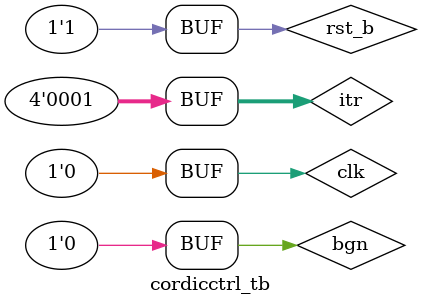
<source format=v>
module cordicctrl(
  input clk, rst_b, bgn,
  input [3:0] itr,
  output ld, init, fin
  );
  
  localparam WAIT = 2'd0;
  localparam EXEC = 2'd1;
  localparam END = 2'd2;
  
  reg [1:0] st;
  reg [1:0] st_nxt;
  
  always @(*)
    case(st)
      WAIT: if(!bgn) st_nxt = WAIT;
        else st_nxt = EXEC;
      EXEC: if(&itr) st_nxt = END;
        else st_nxt = EXEC;
      END: st_nxt = WAIT;
    endcase
  
  assign ld = (st == WAIT & bgn) | (st == EXEC);
  assign init = st == WAIT & bgn;
  assign fin = (st == END);
  
  always @(posedge clk, negedge rst_b)
    if(!rst_b) st <= WAIT;
    else  st <= st_nxt;
  
endmodule

module cordicctrl_tb;
  reg clk,rst_b,bgn;
  reg [3:0] itr;
  wire ld, init, fin;
  
  cordicctrl inst(.clk(clk), .rst_b(rst_b), .bgn(bgn), .itr(itr), .ld(ld), .init(init), .fin(fin));
  
  localparam CLK_PERIOD=100, RUNNING_CYCLES=17, RST_DURATION=25;
  initial begin
    clk=0;
    repeat (2*RUNNING_CYCLES) #(CLK_PERIOD/2) clk=~clk;
  end
  
  initial begin
    rst_b=0;
    #RST_DURATION rst_b=1;
  end
  
  initial begin
    bgn = 1;
    #(CLK_PERIOD) bgn = ~bgn;
  end
  
  initial begin
    itr = 0;
    repeat (RUNNING_CYCLES) #(CLK_PERIOD) itr = itr + 1;
  end
endmodule
</source>
